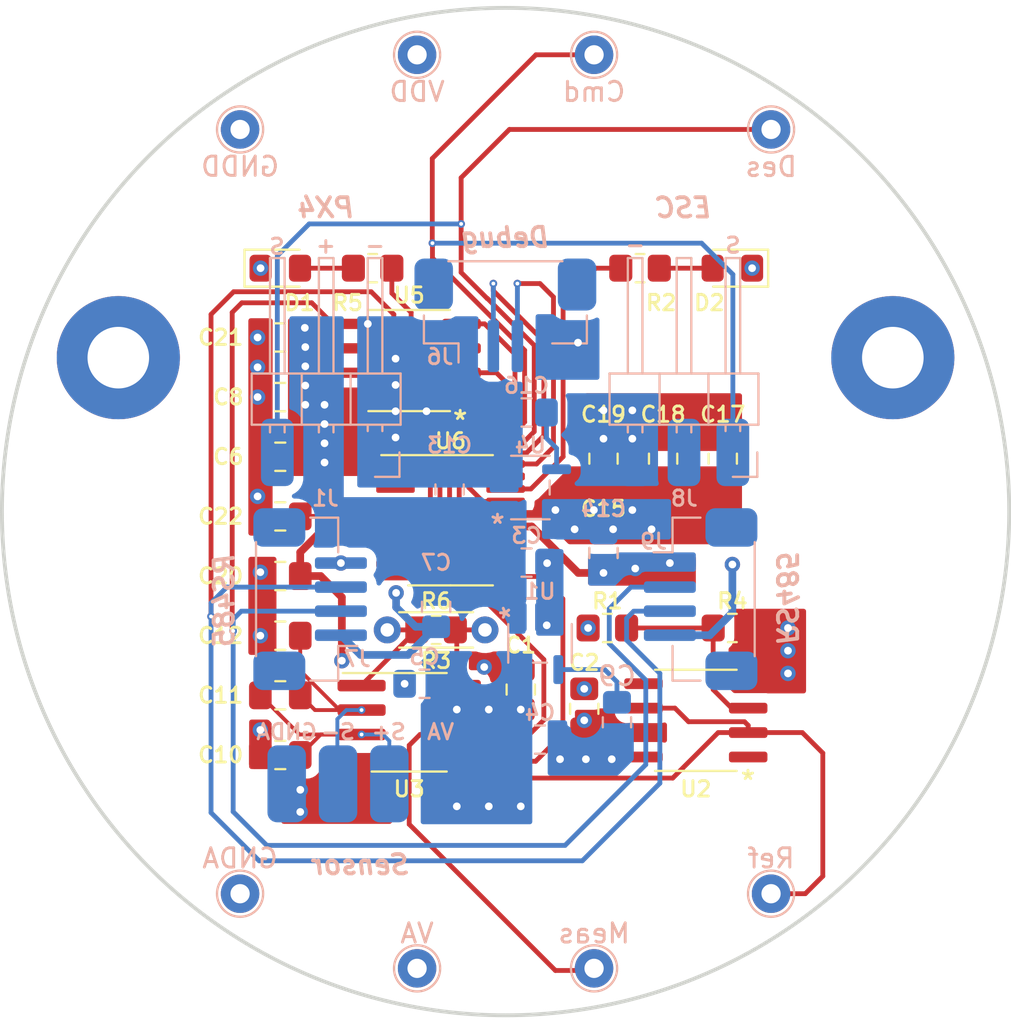
<source format=kicad_pcb>
(kicad_pcb (version 20211014) (generator pcbnew)
  (layers (0 "F.Cu" signal) (1 "In1.Cu" power) (2 "In2.Cu" power) (31 "B.Cu" signal) (34 "B.Paste" user) (35 "F.Paste" user) (36 "B.SilkS" user "B.Silkscreen") (37 "F.SilkS" user "F.Silkscreen") (38 "B.Mask" user) (39 "F.Mask" user) (44 "Edge.Cuts" user))
  (property "PROJECT_NAME" "Thrust Controller")
  (property "VERSION" "1.0")
  (net 0 "")
  (net 1 "+3.3VA")
  (net 2 "GNDA")
  (net 3 "+5V")
  (net 4 "Net-(C9-Pad1)")
  (net 5 "S+")
  (net 6 "S-")
  (net 7 "+3.3V")
  (net 8 "Net-(C16-Pad1)")
  (net 9 "Net-(D1-Pad2)")
  (net 10 "Net-(D2-Pad2)")
  (net 11 "Des")
  (net 12 "Cmd")
  (net 13 "Net-(R1-Pad2)")
  (net 14 "Net-(R2-Pad1)")
  (net 15 "USART2_RX")
  (net 16 "B")
  (net 17 "Net-(C22-Pad1)")
  (net 19 "Ref")
  (net 22 "Meas")
  (net 23 "Net-(U5-Pad2)")
  (net 24 "USART2_TX")
  (net 25 "A")
  (net 33 "SWDIO")
  (net 34 "SWCLK")
  (net 35 "Net-(R3-Pad1)")
  (net 36 "Net-(R3-Pad2)")
  (footprint "LED_SMD:LED_0805_2012Metric_Pad1.15x1.40mm_HandSolder" (layer "F.Cu") (at 131.46 71.05)
    (fp_text reference "D1")
    (fp_text value "BLUE LED")
  )
  (footprint "Capacitor_SMD:C_0805_2012Metric_Pad1.18x1.45mm_HandSolder" (layer "F.Cu") (at 131.46 74.65 180)
    (fp_text reference "C21")
    (fp_text value "0.1 μF")
  )
  (footprint "Capacitor_SMD:C_0805_2012Metric_Pad1.18x1.45mm_HandSolder" (layer "F.Cu") (at 131.46 93.25)
    (fp_text reference "C11")
    (fp_text value "0.1 μF")
  )
  (footprint "Resistor_SMD:R_0805_2012Metric_Pad1.20x1.40mm_HandSolder" (layer "F.Cu") (at 148.46 89.75)
    (fp_text reference "R1")
    (fp_text value "R")
  )
  (footprint "Capacitor_SMD:C_0805_2012Metric_Pad1.18x1.45mm_HandSolder" (layer "F.Cu") (at 131.46 80.85 180)
    (fp_text reference "C6")
    (fp_text value "10 μF")
  )
  (footprint "Capacitor_SMD:C_0805_2012Metric_Pad1.18x1.45mm_HandSolder" (layer "F.Cu") (at 148.26 80.95 90)
    (fp_text reference "C19")
    (fp_text value "0.1 μF")
  )
  (footprint "Capacitor_SMD:C_0805_2012Metric_Pad1.18x1.45mm_HandSolder" (layer "F.Cu") (at 148.26 85.85 -90)
    (fp_text reference "C15")
    (fp_text value "10 μF")
  )
  (footprint "MountingHole:MountingHole_3.2mm_M3_Pad" (layer "F.Cu") (at 163.3 75.7)
    (fp_text reference "H2" hide)
    (fp_text value "MountingHole")
  )
  (footprint "Capacitor_SMD:C_0805_2012Metric_Pad1.18x1.45mm_HandSolder" (layer "F.Cu") (at 143.96 92.95 90)
    (fp_text reference "C1")
    (fp_text value "0.1 μF")
  )
  (footprint "Package_SO:TSSOP-20_4.4x6.5mm_P0.65mm" (layer "F.Cu") (at 140.31 84.15)
    (fp_text reference "U6")
    (fp_text value "STM32L011F4Px")
  )
  (footprint "Capacitor_SMD:C_0805_2012Metric_Pad1.18x1.45mm_HandSolder" (layer "F.Cu") (at 154.46 80.95 90)
    (fp_text reference "C17")
    (fp_text value "0.1 μF")
  )
  (footprint "Capacitor_SMD:C_0805_2012Metric_Pad1.18x1.45mm_HandSolder" (layer "F.Cu") (at 147.26 93.95 90)
    (fp_text reference "C2")
    (fp_text value "0.1 μF")
  )
  (footprint "OPA317ID:OPA317ID" (layer "F.Cu") (at 153.06 94.55 180)
    (fp_text reference "U2")
    (fp_text value "OPA317ID" hide)
  )
  (footprint "Capacitor_SMD:C_0805_2012Metric_Pad1.18x1.45mm_HandSolder" (layer "F.Cu") (at 151.36 80.95 90)
    (fp_text reference "C18")
    (fp_text value "0.1 μF")
  )
  (footprint "Resistor_SMD:R_0805_2012Metric_Pad1.20x1.40mm_HandSolder" (layer "F.Cu") (at 136.26 71.05)
    (fp_text reference "R5")
    (fp_text value "440 Ω")
  )
  (footprint "Resistor_THT:R_Axial_DIN0204_L3.6mm_D1.6mm_P5.08mm_Horizontal" (layer "F.Cu") (at 137.02 89.85)
    (fp_text reference "R6")
    (fp_text value "Test")
  )
  (footprint "Resistor_SMD:R_0805_2012Metric_Pad1.20x1.40mm_HandSolder" (layer "F.Cu") (at 154.96 89.75)
    (fp_text reference "R4")
    (fp_text value "R")
  )
  (footprint "Capacitor_SMD:C_0805_2012Metric_Pad1.18x1.45mm_HandSolder" (layer "F.Cu") (at 131.46 87.05 180)
    (fp_text reference "C20")
    (fp_text value "0.1 μF")
  )
  (footprint "Capacitor_SMD:C_0805_2012Metric_Pad1.18x1.45mm_HandSolder" (layer "F.Cu") (at 131.46 77.75 180)
    (fp_text reference "C8")
    (fp_text value "10 μF")
  )
  (footprint "Capacitor_SMD:C_0805_2012Metric_Pad1.18x1.45mm_HandSolder" (layer "F.Cu") (at 131.46 90.15 180)
    (fp_text reference "C12")
    (fp_text value "0.1 μF")
  )
  (footprint "Capacitor_SMD:C_0805_2012Metric_Pad1.18x1.45mm_HandSolder" (layer "F.Cu") (at 131.46 96.35)
    (fp_text reference "C10")
    (fp_text value "0.1 μF")
  )
  (footprint "MountingHole:MountingHole_3.2mm_M3_Pad" (layer "F.Cu") (at 123.04 75.7)
    (fp_text reference "H1" hide)
    (fp_text value "MountingHole")
  )
  (footprint "Resistor_SMD:R_0805_2012Metric_Pad1.20x1.40mm_HandSolder" (layer "F.Cu") (at 139.56 89.85)
    (fp_text reference "R3")
    (fp_text value "Rg")
  )
  (footprint "Capacitor_SMD:C_0805_2012Metric_Pad1.18x1.45mm_HandSolder" (layer "F.Cu") (at 131.46 83.95 180)
    (fp_text reference "C22")
    (fp_text value "0.1 μF")
  )
  (footprint "LED_SMD:LED_0805_2012Metric_Pad1.15x1.40mm_HandSolder" (layer "F.Cu") (at 154.96 71.05 180)
    (fp_text reference "D2")
    (fp_text value "YELLOW LED")
  )
  (footprint "MAX1487ESA&plus_:MAX1487ESA&plus_" (layer "F.Cu") (at 138.16 75.85 180)
    (fp_text reference "U5")
    (fp_text value "MAX485E" hide)
  )
  (footprint "Package_SO:SOIC-8_3.9x4.9mm_P1.27mm" (layer "F.Cu") (at 138.16 94.65)
    (fp_text reference "U3")
    (fp_text value "AD620")
  )
  (footprint "Resistor_SMD:R_0805_2012Metric_Pad1.20x1.40mm_HandSolder" (layer "F.Cu") (at 150.16 71.05)
    (fp_text reference "R2")
    (fp_text value "260 Ω")
  )
  (footprint "Capacitor_SMD:C_0805_2012Metric_Pad1.18x1.45mm_HandSolder" (layer "B.Cu") (at 140.26 82.55 90)
    (fp_text reference "C13")
    (fp_text value "0.1 μF")
  )
  (footprint "Capacitor_SMD:C_0805_2012Metric_Pad1.18x1.45mm_HandSolder" (layer "B.Cu") (at 148.26 85.85 -90)
    (fp_text reference "C14")
    (fp_text value "1 μF")
  )
  (footprint "Connector_Wire:SolderWirePad_1x01_SMD_1x2mm" (layer "B.Cu") (at 139.793334 97.85)
    (fp_text reference "J2" hide)
    (fp_text value "VS")
  )
  (footprint "Connector_PinHeader_2.54mm:PinHeader_1x03_P2.54mm_Horizontal" (layer "B.Cu") (at 154.985 80.625 90)
    (fp_text reference "J8")
    (fp_text value "esc_con")
  )
  (footprint "TestPoint:TestPoint_THTPad_D2.0mm_Drill1.0mm" (layer "B.Cu") (at 129.37 103.56 180)
    (fp_text reference "TP6" hide)
    (fp_text value "TestPoint")
  )
  (footprint "Connector_Wire:SolderWirePad_1x01_SMD_1x2mm" (layer "B.Cu") (at 131.793334 97.85 180)
    (fp_text reference "J5" hide)
    (fp_text value "GND")
  )
  (footprint "TPS79133DBVT:TPS79133DBVT" (layer "B.Cu") (at 144.96 90.55 -90)
    (fp_text reference "U1")
    (fp_text value "TPS79133DBVT" hide)
  )
  (footprint "TestPoint:TestPoint_THTPad_D2.0mm_Drill1.0mm" (layer "B.Cu") (at 138.57 107.44 180)
    (fp_text reference "TP1" hide)
    (fp_text value "TestPoint")
  )
  (footprint "TestPoint:TestPoint_THTPad_D2.0mm_Drill1.0mm" (layer "B.Cu") (at 147.77 59.96 180)
    (fp_text reference "TP7" hide)
    (fp_text value "TestPoint")
  )
  (footprint "Capacitor_SMD:C_0805_2012Metric_Pad1.18x1.45mm_HandSolder" (layer "B.Cu") (at 144.96 95.55)
    (fp_text reference "C4")
    (fp_text value "1 μF")
  )
  (footprint "Connector_PinHeader_2.54mm:PinHeader_1x03_P2.54mm_Horizontal" (layer "B.Cu") (at 136.385 80.625 90)
    (fp_text reference "J1")
    (fp_text value "px4_con")
  )
  (footprint "Connector_JST:JST_GH_SM04B-GHS-TB_1x04-1MP_P1.25mm_Horizontal" (layer "B.Cu") (at 143.16 73.25)
    (fp_text reference "J6")
    (fp_text value "debug_con")
  )
  (footprint "TPS79133DBVT:TPS79133DBVT" (layer "B.Cu") (at 144.46 82.45)
    (fp_text reference "U4")
    (fp_text value "TPS79133DBVT" hide)
  )
  (footprint "Connector_Wire:SolderWirePad_1x01_SMD_1x2mm" (layer "B.Cu") (at 137.126666 97.85 180)
    (fp_text reference "J3" hide)
    (fp_text value "S+")
  )
  (footprint "TestPoint:TestPoint_THTPad_D2.0mm_Drill1.0mm" (layer "B.Cu") (at 138.57 59.96 180)
    (fp_text reference "TP5" hide)
    (fp_text value "TestPoint")
  )
  (footprint "Connector_JST:JST_GH_SM04B-GHS-TB_1x04-1MP_P1.25mm_Horizontal" (layer "B.Cu") (at 132.76 88.25 90)
    (fp_text reference "J7")
    (fp_text value "rs485_con")
  )
  (footprint "TestPoint:TestPoint_THTPad_D2.0mm_Drill1.0mm" (layer "B.Cu") (at 156.97 103.56 180)
    (fp_text reference "TP4" hide)
    (fp_text value "TestPoint")
  )
  (footprint "Connector_JST:JST_GH_SM04B-GHS-TB_1x04-1MP_P1.25mm_Horizontal" (layer "B.Cu") (at 153.56 88.25 -90)
    (fp_text reference "J9")
    (fp_text value "rs485_con")
  )
  (footprint "Capacitor_SMD:C_0805_2012Metric_Pad1.18x1.45mm_HandSolder" (layer "B.Cu") (at 144.26 86.35)
    (fp_text reference "C3")
    (fp_text value "0.1 μF")
  )
  (footprint "TestPoint:TestPoint_THTPad_D2.0mm_Drill1.0mm" (layer "B.Cu") (at 147.77 107.44 180)
    (fp_text reference "TP3" hide)
    (fp_text value "TestPoint")
  )
  (footprint "Capacitor_SMD:C_0805_2012Metric_Pad1.18x1.45mm_HandSolder" (layer "B.Cu") (at 139.56 88.65 -90)
    (fp_text reference "C7")
    (fp_text value "10 μF")
  )
  (footprint "Capacitor_SMD:C_0805_2012Metric_Pad1.18x1.45mm_HandSolder" (layer "B.Cu") (at 138.96 92.65 180)
    (fp_text reference "C5")
    (fp_text value "10 μF Tantalum")
  )
  (footprint "Connector_Wire:SolderWirePad_1x01_SMD_1x2mm" (layer "B.Cu") (at 134.46 97.85 180)
    (fp_text reference "J4" hide)
    (fp_text value "S-")
  )
  (footprint "TestPoint:TestPoint_THTPad_D2.0mm_Drill1.0mm" (layer "B.Cu") (at 156.97 63.84 180)
    (fp_text reference "TP2" hide)
    (fp_text value "TestPoint")
  )
  (footprint "Capacitor_SMD:C_0805_2012Metric_Pad1.18x1.45mm_HandSolder" (layer "B.Cu") (at 144.26 78.55 180)
    (fp_text reference "C16")
    (fp_text value "0.1 μF")
  )
  (footprint "TestPoint:TestPoint_THTPad_D2.0mm_Drill1.0mm" (layer "B.Cu") (at 129.37 63.84 180)
    (fp_text reference "TP8" hide)
    (fp_text value "TestPoint")
  )
  (footprint "Capacitor_SMD:C_0805_2012Metric_Pad1.18x1.45mm_HandSolder" (layer "B.Cu") (at 148.96 94.65 -90)
    (fp_text reference "C9")
    (fp_text value "0.1 μF")
  )
  (gr_circle (center 143.17 83.7) (end 169.35 83.7) (layer "Edge.Cuts") (width 0.2) (fill none))
  (gr_text "Sensor" (at 135.66 102.05) (layer "B.SilkS") (effects (font (size 1 1) (thickness 0.2) italic) (justify mirror)))
  (segment (start 134.66 88.15) (end 133.56 87.05) (width 0.4) (layer "F.Cu") (net 1))
  (segment (start 134.96 84.95) (end 133.36 84.95) (width 0.4) (layer "F.Cu") (net 1))
  (segment (start 137.4475 83.825) (end 136.085 83.825) (width 0.4) (layer "F.Cu") (net 1))
  (segment (start 134.66 91.45) (end 134.66 88.15) (width 0.4) (layer "F.Cu") (net 1))
  (segment (start 132.4975 85.8125) (end 132.4975 87.05) (width 0.4) (layer "F.Cu") (net 1))
  (segment (start 136.085 83.825) (end 134.96 84.95) (width 0.4) (layer "F.Cu") (net 1))
  (segment (start 133.56 87.05) (end 132.4975 87.05) (width 0.4) (layer "F.Cu") (net 1))
  (segment (start 133.36 84.95) (end 132.4975 85.8125) (width 0.4) (layer "F.Cu") (net 1))
  (via (at 142.2975 93.9875) (size 0.8) (drill 0.4) (layers "F.Cu" "B.Cu") (net 1))
  (via (at 142.2975 99.02) (size 0.8) (drill 0.4) (layers "F.Cu" "B.Cu") (net 1))
  (via (at 130.4225 95.05) (size 0.8) (drill 0.4) (layers "F.Cu" "B.Cu") (net 1))
  (via (at 147.46 89.75) (size 0.8) (drill 0.4) (layers "F.Cu" "B.Cu") (net 1))
  (via (at 134.66 91.45) (size 0.8) (drill 0.4) (layers "F.Cu" "B.Cu") (net 1))
  (via (at 143.96 93.9875) (size 0.8) (drill 0.4) (layers "F.Cu" "B.Cu") (net 1))
  (via (at 140.635 99.02) (size 0.8) (drill 0.4) (layers "F.Cu" "B.Cu") (net 1))
  (via (at 140.635 93.9875) (size 0.8) (drill 0.4) (layers "F.Cu" "B.Cu") (net 1))
  (via (at 143.96 99.02) (size 0.8) (drill 0.4) (layers "F.Cu" "B.Cu") (net 1))
  (via (at 147.26 94.55) (size 0.8) (drill 0.4) (layers "F.Cu" "B.Cu") (net 1))
  (segment (start 144.535 84.475) (end 143.1725 84.475) (width 0.4) (layer "F.Cu") (net 2))
  (segment (start 146.9475 86.8875) (end 144.535 84.475) (width 0.4) (layer "F.Cu") (net 2))
  (segment (start 148.26 86.8875) (end 146.9475 86.8875) (width 0.4) (layer "F.Cu") (net 2))
  (via (at 147.26 92.9125) (size 0.8) (drill 0.4) (layers "F.Cu" "B.Cu") (net 2))
  (via (at 155.985 71.05) (size 0.8) (drill 0.4) (layers "F.Cu" "B.Cu") (net 2))
  (via (at 137.451979 77.118887) (size 0.8) (drill 0.4) (layers "F.Cu" "B.Cu") (net 2))
  (via (at 145.31 89.6095) (size 0.8) (drill 0.4) (layers "F.Cu" "B.Cu") (net 2))
  (via (at 130.4225 86.8505) (size 0.8) (drill 0.4) (layers "F.Cu" "B.Cu") (net 2))
  (via (at 149.76 79.9125) (size 0.8) (drill 0.4) (layers "F.Cu" "B.Cu") (net 2))
  (via (at 146 96.57) (size 0.8) (drill 0.4) (layers "F.Cu" "B.Cu") (net 2))
  (via (at 142.06 91.78) (size 0.8) (drill 0.4) (layers "F.Cu" "B.Cu") (net 2))
  (via (at 137.451979 75.753331) (size 0.8) (drill 0.4) (layers "F.Cu" "B.Cu") (net 2))
  (via (at 130.279985 74.65) (size 0.8) (drill 0.4) (layers "F.Cu" "B.Cu") (net 2))
  (via (at 157.85 92.11) (size 0.8) (drill 0.4) (layers "F.Cu" "B.Cu") (net 2))
  (via (at 145.32931 86.381241) (size 0.8) (drill 0.4) (layers "F.Cu" "B.Cu") (net 2))
  (via (at 137.451979 78.484443) (size 0.8) (drill 0.4) (layers "F.Cu" "B.Cu") (net 2))
  (via (at 139.06 78.484443) (size 0.8) (drill 0.4) (layers "F.Cu" "B.Cu") (net 2))
  (via (at 130.279985 76.2) (size 0.8) (drill 0.4) (layers "F.Cu" "B.Cu") (net 2))
  (via (at 132.5 98.16) (size 0.8) (drill 0.4) (layers "F.Cu" "B.Cu") (net 2))
  (via (at 130.279985 77.75) (size 0.8) (drill 0.4) (layers "F.Cu" "B.Cu") (net 2))
  (via (at 151.71 86.375) (size 0.8) (drill 0.4) (layers "F.Cu" "B.Cu") (net 2))
  (via (at 130.279985 82.910126) (size 0.8) (drill 0.4) (layers "F.Cu" "B.Cu") (net 2))
  (via (at 132.4975 99.31) (size 0.8) (drill 0.4) (layers "F.Cu" "B.Cu") (net 2))
  (via (at 137.9225 92.65) (size 0.8) (drill 0.4) (layers "F.Cu" "B.Cu") (net 2))
  (via (at 147.344576 96.57) (size 0.8) (drill 0.4) (layers "F.Cu" "B.Cu") (net 2))
  (via (at 148.689152 96.57) (size 0.8) (drill 0.4) (layers "F.Cu" "B.Cu") (net 2))
  (via (at 149.91 86.66) (size 0.8) (drill 0.4) (layers "F.Cu" "B.Cu") (net 2))
  (via (at 148.26 86.8875) (size 0.8) (drill 0.4) (layers "F.Cu" "B.Cu") (net 2))
  (via (at 130.435 71.05) (size 0.8) (drill 0.4) (layers "F.Cu" "B.Cu") (net 2))
  (via (at 157.85 89.75) (size 0.8) (drill 0.4) (layers "F.Cu" "B.Cu") (net 2))
  (via (at 157.85 90.93) (size 0.8) (drill 0.4) (layers "F.Cu" "B.Cu") (net 2))
  (via (at 130.4225 90.15) (size 0.8) (drill 0.4) (layers "F.Cu" "B.Cu") (net 2))
  (via (at 149.76 78.44) (size 0.8) (drill 0.4) (layers "F.Cu" "B.Cu") (net 2))
  (via (at 148.26 78.44) (size 0.8) (drill 0.4) (layers "F.Cu" "B.Cu") (net 2))
  (via (at 148.26 79.9125) (size 0.8) (drill 0.4) (layers "F.Cu" "B.Cu") (net 2))
  (via (at 137.451979 79.85) (size 0.8) (drill 0.4) (layers "F.Cu" "B.Cu") (net 2))
  (via (at 137.48 87.9245) (size 0.8) (drill 0.4) (layers "F.Cu" "B.Cu") (net 2))
  (via (at 136.01 73.945) (size 0.8) (drill 0.4) (layers "F.Cu" "B.Cu") (net 2))
  (segment (start 134.61 90.125) (end 135.635 91.15) (width 0.4) (layer "B.Cu") (net 2))
  (segment (start 137.48 88.67) (end 138.4975 89.6875) (width 0.4) (layer "B.Cu") (net 2))
  (segment (start 138.0975 91.15) (end 139.56 89.6875) (width 0.4) (layer "B.Cu") (net 2))
  (segment (start 137.48 87.9245) (end 137.48 88.67) (width 0.4) (layer "B.Cu") (net 2))
  (segment (start 138.4975 89.6875) (end 139.56 89.6875) (width 0.4) (layer "B.Cu") (net 2))
  (segment (start 135.635 91.15) (end 138.0975 91.15) (width 0.4) (layer "B.Cu") (net 2))
  (segment (start 133.845 80.625) (end 132.7225 80.625) (width 0.4) (layer "F.Cu") (net 3))
  (via (at 132.76 78.15) (size 0.8) (drill 0.4) (layers "F.Cu" "B.Cu") (net 3))
  (via (at 132.76 76.15) (size 0.8) (drill 0.4) (layers "F.Cu" "B.Cu") (net 3))
  (via (at 132.7355 74.15) (size 0.8) (drill 0.4) (layers "F.Cu" "B.Cu") (net 3))
  (via (at 133.76 80.15) (size 0.8) (drill 0.4) (layers "F.Cu" "B.Cu") (net 3))
  (via (at 133.76 81.15) (size 0.8) (drill 0.4) (layers "F.Cu" "B.Cu") (net 3))
  (via (at 132.76 75.15) (size 0.8) (drill 0.4) (layers "F.Cu" "B.Cu") (net 3))
  (via (at 133.76 79.15) (size 0.8) (drill 0.4) (layers "F.Cu" "B.Cu") (net 3))
  (via (at 133.76 78.15) (size 0.8) (drill 0.4) (layers "F.Cu" "B.Cu") (net 3))
  (via (at 132.76 77.15) (size 0.8) (drill 0.4) (layers "F.Cu" "B.Cu") (net 3))
  (segment (start 148.96 92.55) (end 148.96 93.6125) (width 0.25) (layer "B.Cu") (net 4))
  (segment (start 145.910001 91.912451) (end 148.322451 91.912451) (width 0.25) (layer "B.Cu") (net 4))
  (segment (start 148.322451 91.912451) (end 148.96 92.55) (width 0.25) (layer "B.Cu") (net 4))
  (segment (start 133.5625 95.285) (end 132.4975 96.35) (width 0.2) (layer "F.Cu") (net 5))
  (segment (start 132.4575 95.285) (end 135.685 95.285) (width 0.2) (layer "F.Cu") (net 5))
  (segment (start 135.685 95.285) (end 133.5625 95.285) (width 0.2) (layer "F.Cu") (net 5))
  (segment (start 130.4225 93.25) (end 132.4575 95.285) (width 0.2) (layer "F.Cu") (net 5))
  (via (at 135.685 95.285) (size 0.4) (drill 0.2) (layers "F.Cu" "B.Cu") (net 5))
  (segment (start 135.685 95.285) (end 136.795 95.285) (width 0.2) (layer "B.Cu") (net 5))
  (segment (start 137.126666 95.616666) (end 137.126666 97.85) (width 0.2) (layer "B.Cu") (net 5))
  (segment (start 136.795 95.285) (end 137.126666 95.616666) (width 0.2) (layer "B.Cu") (net 5))
  (segment (start 132.4975 91.9725) (end 134.54 94.015) (width 0.2) (layer "F.Cu") (net 6))
  (segment (start 132.4975 90.15) (end 132.4975 91.9725) (width 0.2) (layer "F.Cu") (net 6))
  (segment (start 135.685 94.015) (end 133.2625 94.015) (width 0.2) (layer "F.Cu") (net 6))
  (segment (start 133.2625 94.015) (end 132.4975 93.25) (width 0.2) (layer "F.Cu") (net 6))
  (via (at 135.685 94.015) (size 0.4) (drill 0.2) (layers "F.Cu" "B.Cu") (net 6))
  (segment (start 134.426666 94.483334) (end 134.426666 96.05) (width 0.2) (layer "B.Cu") (net 6))
  (segment (start 135.685 94.015) (end 134.895 94.015) (width 0.2) (layer "B.Cu") (net 6))
  (segment (start 134.895 94.015) (end 134.426666 94.483334) (width 0.2) (layer "B.Cu") (net 6))
  (segment (start 143.1725 83.825) (end 145.36 83.825) (width 0.4) (layer "F.Cu") (net 7))
  (via (at 148.76 84.62) (size 0.8) (drill 0.4) (layers "F.Cu" "B.Cu") (net 7))
  (via (at 147.76 83.62) (size 0.8) (drill 0.4) (layers "F.Cu" "B.Cu") (net 7))
  (via (at 150.76 84.62) (size 0.8) (drill 0.4) (layers "F.Cu" "B.Cu") (net 7))
  (via (at 134.61 86.375) (size 0.8) (drill 0.4) (layers "F.Cu" "B.Cu") (net 7))
  (via (at 146.9345 74.92) (size 0.8) (drill 0.4) (layers "F.Cu" "B.Cu") (net 7))
  (via (at 146.76 84.62) (size 0.8) (drill 0.4) (layers "F.Cu" "B.Cu") (net 7))
  (via (at 145.76 83.62) (size 0.8) (drill 0.4) (layers "F.Cu" "B.Cu") (net 7))
  (via (at 154.96 86.45) (size 0.8) (drill 0.4) (layers "F.Cu" "B.Cu") (net 7))
  (via (at 149.76 83.62) (size 0.8) (drill 0.4) (layers "F.Cu" "B.Cu") (net 7))
  (segment (start 154.96 88.95) (end 153.785 90.125) (width 0.4) (layer "B.Cu") (net 7))
  (segment (start 153.785 90.125) (end 151.71 90.125) (width 0.4) (layer "B.Cu") (net 7))
  (segment (start 154.96 86.45) (end 154.96 88.95) (width 0.4) (layer "B.Cu") (net 7))
  (segment (start 145.2975 78.55) (end 145.2975 79.8875) (width 0.25) (layer "B.Cu") (net 8))
  (segment (start 145.822451 80.412451) (end 145.822451 81.499999) (width 0.25) (layer "B.Cu") (net 8))
  (segment (start 145.2975 79.8875) (end 145.822451 80.412451) (width 0.25) (layer "B.Cu") (net 8))
  (segment (start 132.485 71.05) (end 135.26 71.05) (width 0.25) (layer "F.Cu") (net 9))
  (segment (start 151.16 71.05) (end 153.935 71.05) (width 0.25) (layer "F.Cu") (net 10))
  (segment (start 143.37 63.84) (end 156.97 63.84) (width 0.25) (layer "F.Cu") (net 11))
  (segment (start 140.86 68.75) (end 140.86 66.35) (width 0.25) (layer "F.Cu") (net 11))
  (segment (start 141.26 82.45) (end 141.985 83.175) (width 0.25) (layer "F.Cu") (net 11))
  (segment (start 141.852894 80.15) (end 141.26 80.742894) (width 0.25) (layer "F.Cu") (net 11))
  (segment (start 141.985 83.175) (end 143.1725 83.175) (width 0.25) (layer "F.Cu") (net 11))
  (segment (start 141.26 80.742894) (end 141.26 82.45) (width 0.25) (layer "F.Cu") (net 11))
  (segment (start 144.66 75.057106) (end 144.66 79.542894) (width 0.25) (layer "F.Cu") (net 11))
  (segment (start 144.66 79.542894) (end 144.052894 80.15) (width 0.25) (layer "F.Cu") (net 11))
  (segment (start 140.86 66.35) (end 143.37 63.84) (width 0.25) (layer "F.Cu") (net 11))
  (segment (start 142.227893 72.625) (end 144.66 75.057106) (width 0.25) (layer "F.Cu") (net 11))
  (segment (start 144.052894 80.15) (end 141.852894 80.15) (width 0.25) (layer "F.Cu") (net 11))
  (segment (start 140.86 71.271016) (end 142.213984 72.625) (width 0.25) (layer "F.Cu") (net 11))
  (segment (start 142.213984 72.625) (end 142.227893 72.625) (width 0.25) (layer "F.Cu") (net 11))
  (segment (start 140.86 68.75) (end 140.86 71.271016) (width 0.25) (layer "F.Cu") (net 11))
  (via (at 140.86 68.75) (size 0.4) (drill 0.2) (layers "F.Cu" "B.Cu") (net 11))
  (segment (start 140.86 68.75) (end 132.96 68.75) (width 0.25) (layer "B.Cu") (net 11))
  (segment (start 131.305 80.625) (end 131.305 70.405) (width 0.25) (layer "B.Cu") (net 11))
  (segment (start 131.305 70.405) (end 132.96 68.75) (width 0.25) (layer "B.Cu") (net 11))
  (segment (start 140.76 84.521318) (end 138.856318 86.425) (width 0.25) (layer "F.Cu") (net 12))
  (segment (start 140.76 80.535788) (end 140.76 84.521318) (width 0.25) (layer "F.Cu") (net 12))
  (segment (start 147.77 59.96) (end 144.75 59.96) (width 0.25) (layer "F.Cu") (net 12))
  (segment (start 144.75 59.96) (end 139.36 65.35) (width 0.25) (layer "F.Cu") (net 12))
  (segment (start 139.36 69.7405) (end 139.3695 69.75) (width 0.25) (layer "F.Cu") (net 12))
  (segment (start 143.56 79.65) (end 141.645788 79.65) (width 0.25) (layer "F.Cu") (net 12))
  (segment (start 144.16 79.05) (end 143.56 79.65) (width 0.25) (layer "F.Cu") (net 12))
  (segment (start 139.36 65.35) (end 139.36 69.7405) (width 0.25) (layer "F.Cu") (net 12))
  (segment (start 139.3695 69.75) (end 139.3695 70.523104) (width 0.25) (layer "F.Cu") (net 12))
  (segment (start 138.856318 86.425) (end 137.4475 86.425) (width 0.25) (layer "F.Cu") (net 12))
  (segment (start 141.645788 79.65) (end 140.76 80.535788) (width 0.25) (layer "F.Cu") (net 12))
  (segment (start 139.3695 70.523104) (end 144.16 75.313604) (width 0.25) (layer "F.Cu") (net 12))
  (segment (start 144.16 75.313604) (end 144.16 79.05) (width 0.25) (layer "F.Cu") (net 12))
  (via (at 139.3695 69.75) (size 0.4) (drill 0.2) (layers "F.Cu" "B.Cu") (net 12))
  (segment (start 154.985 80.625) (end 154.985 71.375) (width 0.25) (layer "B.Cu") (net 12))
  (segment (start 154.985 71.375) (end 153.36 69.75) (width 0.25) (layer "B.Cu") (net 12))
  (segment (start 153.36 69.75) (end 139.3695 69.75) (width 0.25) (layer "B.Cu") (net 12))
  (segment (start 153.96 92.95) (end 153.96 89.75) (width 0.25) (layer "F.Cu") (net 13))
  (segment (start 153.96 89.75) (end 149.46 89.75) (width 0.25) (layer "F.Cu") (net 13))
  (segment (start 154.925 93.915) (end 153.96 92.95) (width 0.25) (layer "F.Cu") (net 13))
  (segment (start 144.485 82.525) (end 143.1725 82.525) (width 0.25) (layer "F.Cu") (net 14))
  (segment (start 146.16 72.75) (end 146.16 80.85) (width 0.25) (layer "F.Cu") (net 14))
  (segment (start 149.16 71.05) (end 147.86 71.05) (width 0.25) (layer "F.Cu") (net 14))
  (segment (start 147.86 71.05) (end 146.16 72.75) (width 0.25) (layer "F.Cu") (net 14))
  (segment (start 146.16 80.85) (end 144.485 82.525) (width 0.25) (layer "F.Cu") (net 14))
  (segment (start 138.685 84.475) (end 137.4475 84.475) (width 0.25) (layer "F.Cu") (net 15))
  (segment (start 140.881348 78.293122) (end 139.26 79.91447) (width 0.25) (layer "F.Cu") (net 15))
  (segment (start 140.881348 77.755) (end 140.881348 78.293122) (width 0.25) (layer "F.Cu") (net 15))
  (segment (start 139.26 79.91447) (end 139.26 83.9) (width 0.25) (layer "F.Cu") (net 15))
  (segment (start 137.26 72.35) (end 138.26 73.35) (width 0.25) (layer "F.Cu") (net 15))
  (segment (start 137.26 71.05) (end 137.26 72.35) (width 0.25) (layer "F.Cu") (net 15))
  (segment (start 138.26 73.35) (end 138.26 76.55) (width 0.25) (layer "F.Cu") (net 15))
  (segment (start 138.26 76.55) (end 139.465 77.755) (width 0.25) (layer "F.Cu") (net 15))
  (segment (start 139.465 77.755) (end 140.881348 77.755) (width 0.25) (layer "F.Cu") (net 15))
  (segment (start 139.26 83.9) (end 138.685 84.475) (width 0.25) (layer "F.Cu") (net 15))
  (segment (start 128.96 89.85) (end 128.96 73.35) (width 0.25) (layer "F.Cu") (net 16))
  (segment (start 133.86 76.05) (end 134.295 76.485) (width 0.25) (layer "F.Cu") (net 16))
  (segment (start 133.86 73.615686) (end 133.86 76.05) (width 0.25) (layer "F.Cu") (net 16))
  (segment (start 129.01 89.9) (end 128.96 89.85) (width 0.25) (layer "F.Cu") (net 16))
  (segment (start 129.46 72.85) (end 133.094314 72.85) (width 0.25) (layer "F.Cu") (net 16))
  (segment (start 128.96 73.35) (end 129.46 72.85) (width 0.25) (layer "F.Cu") (net 16))
  (segment (start 134.295 76.485) (end 135.438652 76.485) (width 0.25) (layer "F.Cu") (net 16))
  (segment (start 133.094314 72.85) (end 133.86 73.615686) (width 0.25) (layer "F.Cu") (net 16))
  (via (at 129.01 89.9) (size 0.4) (drill 0.2) (layers "F.Cu" "B.Cu") (net 16))
  (segment (start 129.01 99.3) (end 130.76 101.05) (width 0.25) (layer "B.Cu") (net 16))
  (segment (start 129.435 88.875) (end 134.61 88.875) (width 0.25) (layer "B.Cu") (net 16))
  (segment (start 146.26 101.05) (end 150.46 96.85) (width 0.25) (layer "B.Cu") (net 16))
  (segment (start 150.46 92.457106) (end 148.56 90.557106) (width 0.25) (layer "B.Cu") (net 16))
  (segment (start 129.01 89.9) (end 129.01 89.3) (width 0.25) (layer "B.Cu") (net 16))
  (segment (start 149.685 87.625) (end 151.71 87.625) (width 0.25) (layer "B.Cu") (net 16))
  (segment (start 148.56 90.557106) (end 148.56 88.75) (width 0.25) (layer "B.Cu") (net 16))
  (segment (start 150.46 96.85) (end 150.46 92.457106) (width 0.25) (layer "B.Cu") (net 16))
  (segment (start 148.56 88.75) (end 149.685 87.625) (width 0.25) (layer "B.Cu") (net 16))
  (segment (start 129.01 89.9) (end 129.01 99.3) (width 0.25) (layer "B.Cu") (net 16))
  (segment (start 129.01 89.3) (end 129.435 88.875) (width 0.25) (layer "B.Cu") (net 16))
  (segment (start 130.76 101.05) (end 146.26 101.05) (width 0.25) (layer "B.Cu") (net 16))
  (segment (start 137.4475 83.175) (end 135.335 83.175) (width 0.25) (layer "F.Cu") (net 17))
  (segment (start 135.335 83.175) (end 134.56 83.95) (width 0.25) (layer "F.Cu") (net 17))
  (segment (start 134.56 83.95) (end 132.4975 83.95) (width 0.25) (layer "F.Cu") (net 17))
  (segment (start 140.635 97.225) (end 140.96 97.55) (width 0.25) (layer "F.Cu") (net 19))
  (segment (start 140.96 97.55) (end 151.86 97.55) (width 0.25) (layer "F.Cu") (net 19))
  (segment (start 140.635 96.555) (end 140.635 97.225) (width 0.25) (layer "F.Cu") (net 19))
  (segment (start 155.781348 94.811348) (end 155.59 94.62) (width 0.25) (layer "F.Cu") (net 19))
  (segment (start 151.86 97.55) (end 154.225 95.185) (width 0.25) (layer "F.Cu") (net 19))
  (segment (start 159.66 96.25) (end 159.66 102.65) (width 0.25) (layer "F.Cu") (net 19))
  (segment (start 146.15 95.26) (end 144.735 96.675) (width 0.25) (layer "F.Cu") (net 19))
  (segment (start 158.75 103.56) (end 156.97 103.56) (width 0.25) (layer "F.Cu") (net 19))
  (segment (start 155.781348 95.185) (end 155.781348 94.811348) (width 0.25) (layer "F.Cu") (net 19))
  (segment (start 140.755 96.675) (end 140.635 96.555) (width 0.25) (layer "F.Cu") (net 19))
  (segment (start 155.59 94.62) (end 152.68 94.62) (width 0.25) (layer "F.Cu") (net 19))
  (segment (start 143.1725 87.075) (end 144.985 87.075) (width 0.25) (layer "F.Cu") (net 19))
  (segment (start 144.735 96.675) (end 140.755 96.675) (width 0.25) (layer "F.Cu") (net 19))
  (segment (start 159.66 102.65) (end 158.75 103.56) (width 0.25) (layer "F.Cu") (net 19))
  (segment (start 146.15 88.24) (end 146.15 95.26) (width 0.25) (layer "F.Cu") (net 19))
  (segment (start 154.225 95.185) (end 155.781348 95.185) (width 0.25) (layer "F.Cu") (net 19))
  (segment (start 144.985 87.075) (end 146.15 88.24) (width 0.25) (layer "F.Cu") (net 19))
  (segment (start 155.781348 95.185) (end 158.595 95.185) (width 0.25) (layer "F.Cu") (net 19))
  (segment (start 151.975 93.915) (end 150.338652 93.915) (width 0.25) (layer "F.Cu") (net 19))
  (segment (start 158.595 95.185) (end 159.66 96.25) (width 0.25) (layer "F.Cu") (net 19))
  (segment (start 152.68 94.62) (end 151.975 93.915) (width 0.25) (layer "F.Cu") (net 19))
  (segment (start 138.16 95.85) (end 138.16 99.95) (width 0.25) (layer "F.Cu") (net 22))
  (segment (start 138.16 99.95) (end 145.76 107.55) (width 0.25) (layer "F.Cu") (net 22))
  (segment (start 140.84528 87.075) (end 137.4475 87.075) (width 0.25) (layer "F.Cu") (net 22))
  (segment (start 145.76 107.55) (end 147.66 107.55) (width 0.25) (layer "F.Cu") (net 22))
  (segment (start 144.406586 95.285) (end 145.16 94.531586) (width 0.25) (layer "F.Cu") (net 22))
  (segment (start 145.16 91.38972) (end 140.84528 87.075) (width 0.25) (layer "F.Cu") (net 22))
  (segment (start 138.725 95.285) (end 138.16 95.85) (width 0.25) (layer "F.Cu") (net 22))
  (segment (start 145.16 94.531586) (end 145.16 91.38972) (width 0.25) (layer "F.Cu") (net 22))
  (segment (start 140.635 95.285) (end 138.725 95.285) (width 0.25) (layer "F.Cu") (net 22))
  (segment (start 140.635 95.285) (end 144.406586 95.285) (width 0.25) (layer "F.Cu") (net 22))
  (segment (start 142.695 76.485) (end 143.16 76.95) (width 0.25) (layer "F.Cu") (net 23))
  (segment (start 138.742106 85.125) (end 137.4475 85.125) (width 0.25) (layer "F.Cu") (net 23))
  (segment (start 140.881348 75.215) (end 140.881348 76.485) (width 0.25) (layer "F.Cu") (net 23))
  (segment (start 139.76 84.107106) (end 138.742106 85.125) (width 0.25) (layer "F.Cu") (net 23))
  (segment (start 143.16 78.25) (end 142.76 78.65) (width 0.25) (layer "F.Cu") (net 23))
  (segment (start 143.16 76.95) (end 143.16 78.25) (width 0.25) (layer "F.Cu") (net 23))
  (segment (start 139.76 80.121576) (end 139.76 84.107106) (width 0.25) (layer "F.Cu") (net 23))
  (segment (start 142.76 78.65) (end 141.231576 78.65) (width 0.25) (layer "F.Cu") (net 23))
  (segment (start 140.881348 76.485) (end 142.695 76.485) (width 0.25) (layer "F.Cu") (net 23))
  (segment (start 141.231576 78.65) (end 139.76 80.121576) (width 0.25) (layer "F.Cu") (net 23))
  (segment (start 138.799212 85.775) (end 137.4475 85.775) (width 0.25) (layer "F.Cu") (net 24))
  (segment (start 140.26 80.328682) (end 140.26 84.314212) (width 0.25) (layer "F.Cu") (net 24))
  (segment (start 140.26 84.314212) (end 138.799212 85.775) (width 0.25) (layer "F.Cu") (net 24))
  (segment (start 142.08429 73.945) (end 143.66 75.52071) (width 0.25) (layer "F.Cu") (net 24))
  (segment (start 140.881348 73.945) (end 142.08429 73.945) (width 0.25) (layer "F.Cu") (net 24))
  (segment (start 143.16 79.15) (end 141.438682 79.15) (width 0.25) (layer "F.Cu") (net 24))
  (segment (start 143.66 78.65) (end 143.16 79.15) (width 0.25) (layer "F.Cu") (net 24))
  (segment (start 141.438682 79.15) (end 140.26 80.328682) (width 0.25) (layer "F.Cu") (net 24))
  (segment (start 143.66 75.52071) (end 143.66 78.65) (width 0.25) (layer "F.Cu") (net 24))
  (segment (start 137.36 73.45) (end 137.36 74.75) (width 0.25) (layer "F.Cu") (net 25))
  (segment (start 129.035 72.275) (end 136.185 72.275) (width 0.25) (layer "F.Cu") (net 25))
  (segment (start 137.36 74.75) (end 136.895 75.215) (width 0.25) (layer "F.Cu") (net 25))
  (segment (start 127.86 89.15) (end 127.86 73.45) (width 0.25) (layer "F.Cu") (net 25))
  (segment (start 136.895 75.215) (end 135.438652 75.215) (width 0.25) (layer "F.Cu") (net 25))
  (segment (start 136.185 72.275) (end 137.36 73.45) (width 0.25) (layer "F.Cu") (net 25))
  (segment (start 127.86 73.45) (end 129.035 72.275) (width 0.25) (layer "F.Cu") (net 25))
  (via (at 127.86 89.15) (size 0.4) (drill 0.2) (layers "F.Cu" "B.Cu") (net 25))
  (segment (start 149.46 89.25) (end 149.835 88.875) (width 0.25) (layer "B.Cu") (net 25))
  (segment (start 127.86 99.35) (end 130.36 101.85) (width 0.25) (layer "B.Cu") (net 25))
  (segment (start 149.835 88.875) (end 151.71 88.875) (width 0.25) (layer "B.Cu") (net 25))
  (segment (start 151.19 97.82) (end 151.19 92.11) (width 0.25) (layer "B.Cu") (net 25))
  (segment (start 149.46 90.38) (end 149.46 89.25) (width 0.25) (layer "B.Cu") (net 25))
  (segment (start 151.19 92.11) (end 149.46 90.38) (width 0.25) (layer "B.Cu") (net 25))
  (segment (start 127.86 88.45) (end 128.685 87.625) (width 0.25) (layer "B.Cu") (net 25))
  (segment (start 127.86 89.15) (end 127.86 88.45) (width 0.25) (layer "B.Cu") (net 25))
  (segment (start 130.36 101.85) (end 147.16 101.85) (width 0.25) (layer "B.Cu") (net 25))
  (segment (start 147.16 101.85) (end 151.19 97.82) (width 0.25) (layer "B.Cu") (net 25))
  (segment (start 127.86 89.15) (end 127.86 99.35) (width 0.25) (layer "B.Cu") (net 25))
  (segment (start 128.685 87.625) (end 134.61 87.625) (width 0.25) (layer "B.Cu") (net 25))
  (segment (start 141.76 81.55) (end 142.085 81.875) (width 0.25) (layer "F.Cu") (net 33))
  (segment (start 145.16 79.75) (end 144.26 80.65) (width 0.25) (layer "F.Cu") (net 33))
  (segment (start 142.535 72.225) (end 145.16 74.85) (width 0.25) (layer "F.Cu") (net 33))
  (segment (start 142.085 81.875) (end 143.1725 81.875) (width 0.25) (layer "F.Cu") (net 33))
  (segment (start 141.76 80.95) (end 141.76 81.55) (width 0.25) (layer "F.Cu") (net 33))
  (segment (start 142.06 80.65) (end 141.76 80.95) (width 0.25) (layer "F.Cu") (net 33))
  (segment (start 144.26 80.65) (end 142.06 80.65) (width 0.25) (layer "F.Cu") (net 33))
  (segment (start 142.535 71.85) (end 142.535 72.225) (width 0.25) (layer "F.Cu") (net 33))
  (segment (start 145.16 74.85) (end 145.16 79.75) (width 0.25) (layer "F.Cu") (net 33))
  (via (at 142.535 71.85) (size 0.4) (drill 0.2) (layers "F.Cu" "B.Cu") (net 33))
  (segment (start 142.535 71.85) (end 142.535 75.1) (width 0.25) (layer "B.Cu") (net 33))
  (segment (start 143.1725 81.225) (end 144.785 81.225) (width 0.25) (layer "F.Cu") (net 34))
  (segment (start 144.785 81.225) (end 145.66 80.35) (width 0.25) (layer "F.Cu") (net 34))
  (segment (start 145.66 80.35) (end 145.66 72.55) (width 0.25) (layer "F.Cu") (net 34))
  (segment (start 145.66 72.55) (end 144.96 71.85) (width 0.25) (layer "F.Cu") (net 34))
  (segment (start 144.96 71.85) (end 143.785 71.85) (width 0.25) (layer "F.Cu") (net 34))
  (via (at 143.785 71.85) (size 0.4) (drill 0.2) (layers "F.Cu" "B.Cu") (net 34))
  (segment (start 143.785 71.85) (end 143.785 75.1) (width 0.25) (layer "B.Cu") (net 34))
  (segment (start 137.02 89.85) (end 138.56 89.85) (width 0.25) (layer "F.Cu") (net 35))
  (segment (start 138.56 89.85) (end 135.685 92.725) (width 0.25) (layer "F.Cu") (net 35))
  (segment (start 140.635 92.745) (end 140.635 89.925) (width 0.25) (layer "F.Cu") (net 36))
  (segment (start 140.56 89.85) (end 142.1 89.85) (width 0.25) (layer "F.Cu") (net 36))
  (zone (net 7) (net_name "+3.3V") (layer "F.Cu") (connect_pads thru_hole_only (clearance 0.5)) (min_thickness 0.254) (fill yes (thermal_gap 0.508) (thermal_bridge_width 0.508))
    (polygon (pts (xy 155.46 85.4) (xy 143.46 85.4) (xy 143.46 81.35) (xy 155.46 81.35)))
  )
  (zone (net 1) (net_name "+3.3VA") (layer "F.Cu") (connect_pads thru_hole_only (clearance 0.5)) (min_thickness 0.254) (fill yes (thermal_gap 0.508) (thermal_bridge_width 0.508))
    (polygon (pts (xy 131.01 97.08) (xy 129.84 97.08) (xy 129.84 94.51) (xy 131.01 94.51)))
  )
  (zone (net 2) (net_name "GNDA") (layer "F.Cu") (connect_pads thru_hole_only (clearance 0.5)) (min_thickness 0.254) (fill yes (thermal_gap 0.508) (thermal_bridge_width 0.508))
    (polygon (pts (xy 137.27 99.93) (xy 131.51 99.93) (xy 131.51 97.27) (xy 133.29 97.27) (xy 133.29 96.25) (xy 137.27 96.25)))
  )
  (zone (net 1) (net_name "+3.3VA") (layer "F.Cu") (connect_pads thru_hole_only (clearance 0.5)) (min_thickness 0.254) (fill yes (thermal_gap 0.508) (thermal_bridge_width 0.508))
    (polygon (pts (xy 144.96 94.85) (xy 139.16 94.85) (xy 139.16 93.35) (xy 144.96 93.35)))
  )
  (zone (net 2) (net_name "GNDA") (layer "F.Cu") (connect_pads thru_hole_only (clearance 0.5)) (min_thickness 0.254) (fill yes (thermal_gap 0.508) (thermal_bridge_width 0.508))
    (polygon (pts (xy 131.26 91.15) (xy 129.8 91.15) (xy 129.8 86.05) (xy 131.26 86.05)))
  )
  (zone (net 2) (net_name "GNDA") (layer "F.Cu") (connect_pads thru_hole_only (clearance 0.5)) (min_thickness 0.254) (fill yes (thermal_gap 0.508) (thermal_bridge_width 0.508))
    (polygon (pts (xy 144.81 91.44) (xy 144.81 92.59) (xy 140.91 92.59) (xy 140.91 90.97) (xy 144.34 90.97)))
  )
  (zone (net 2) (net_name "GNDA") (layer "F.Cu") (connect_pads thru_hole_only (clearance 0.5)) (min_thickness 0.254) (fill yes (thermal_gap 0.508) (thermal_bridge_width 0.508))
    (polygon (pts (xy 155.46 80.55) (xy 147.26 80.55) (xy 147.26 77.55) (xy 155.46 77.55)))
  )
  (zone (net 3) (net_name "+5V") (layer "F.Cu") (connect_pads thru_hole_only (clearance 0.5)) (min_thickness 0.254) (fill yes (thermal_gap 0.508) (thermal_bridge_width 0.508))
    (polygon (pts (xy 133.36 75.95) (xy 134.66 77.25) (xy 136.45 77.25) (xy 136.45 81.85) (xy 131.86 81.85) (xy 131.86 73.65) (xy 133.36 73.65)))
  )
  (zone (net 2) (net_name "GNDA") (layer "F.Cu") (connect_pads thru_hole_only (clearance 0.5)) (min_thickness 0.254) (fill yes (thermal_gap 0.508) (thermal_bridge_width 0.508))
    (polygon (pts (xy 153.059985 87.549922) (xy 147.459985 87.549922) (xy 147.459978 85.979896) (xy 153.0603 85.98013)))
  )
  (zone (net 2) (net_name "GNDA") (layer "F.Cu") (connect_pads thru_hole_only (clearance 0.5)) (min_thickness 0.254) (fill yes (thermal_gap 0.508) (thermal_bridge_width 0.508))
    (polygon (pts (xy 131.06 84.95) (xy 129.8 84.95) (xy 129.8 73.65) (xy 131.06 73.65)))
  )
  (zone (net 1) (net_name "+3.3VA") (layer "F.Cu") (connect_pads thru_hole_only (clearance 0.5)) (min_thickness 0.254) (fill yes (thermal_gap 0.508) (thermal_bridge_width 0.508))
    (polygon (pts (xy 151.56 95.75) (xy 146.26 95.75) (xy 146.26 93.93) (xy 151.56 93.93)))
  )
  (zone (net 2) (net_name "GNDA") (layer "F.Cu") (connect_pads thru_hole_only (clearance 0.5)) (min_thickness 0.254) (fill yes (thermal_gap 0.508) (thermal_bridge_width 0.508))
    (polygon (pts (xy 158.79 93.15) (xy 154.76 93.15) (xy 154.76 88.75) (xy 158.79 88.75)))
  )
  (zone (net 1) (net_name "+3.3VA") (layer "B.Cu") (connect_pads thru_hole_only (clearance 0.5)) (min_thickness 0.254) (fill yes (thermal_gap 0.508) (thermal_bridge_width 0.508))
    (polygon (pts (xy 144.56 99.95) (xy 138.76 99.95) (xy 138.76 90.95) (xy 144.56 90.95)))
  )
  (zone (net 2) (net_name "GNDA") (layer "B.Cu") (connect_pads thru_hole_only (clearance 0.5)) (min_thickness 0.254) (fill yes (thermal_gap 0.508) (thermal_bridge_width 0.508))
    (polygon (pts (xy 149.96 97.42) (xy 145.36 97.42) (xy 145.36 94.55) (xy 149.96 94.55)))
  )
  (zone (net 7) (net_name "+3.3V") (layer "B.Cu") (connect_pads thru_hole_only (clearance 0.5)) (min_thickness 0.254) (fill yes (thermal_gap 0.508) (thermal_bridge_width 0.508))
    (polygon (pts (xy 151.77 85.15) (xy 145.06 85.15) (xy 145.06 83.05) (xy 151.77 83.05)))
  )
  (zone (net 2) (net_name "GNDA") (layer "B.Cu") (connect_pads thru_hole_only (clearance 0.5)) (min_thickness 0.254) (fill yes (thermal_gap 0.508) (thermal_bridge_width 0.508))
    (polygon (pts (xy 146.18 90.15) (xy 144.76 90.15) (xy 144.76 85.65) (xy 146.18 85.65)))
  )
  (zone (net 2) (net_name "GNDA") (layer "B.Cu") (connect_pads thru_hole_only (clearance 0.5)) (min_thickness 0.254) (fill yes (thermal_gap 0.508) (thermal_bridge_width 0.508))
    (polygon (pts (xy 151.15 82.37) (xy 146.06 82.37) (xy 146.06 77.55) (xy 151.15 77.55)))
  )
  (zone (net 3) (net_name "+5V") (layer "B.Cu") (connect_pads thru_hole_only (clearance 0.5)) (min_thickness 0.254) (fill yes (thermal_gap 0.508) (thermal_bridge_width 0.508))
    (polygon (pts (xy 134.76 82.95) (xy 136.26 82.95) (xy 144.26 82.95) (xy 144.26 90.05) (xy 131.66 90.05) (xy 131.66 73.55) (xy 134.76 73.55)))
  )
  (zone (net 2) (net_name "GNDA") (layer "B.Cu") (connect_pads thru_hole_only (clearance 0.5)) (min_thickness 0.254) (fill yes (thermal_gap 0.508) (thermal_bridge_width 0.508))
    (polygon (pts (xy 141.86 76.75) (xy 144.06 76.75) (xy 144.06 82.45) (xy 135.46 82.45) (xy 135.46 73.55) (xy 141.86 73.55)))
  )
  (zone (net 7) (net_name "+3.3V") (layer "B.Cu") (connect_pads thru_hole_only (clearance 0.5)) (min_thickness 0.254) (fill yes (thermal_gap 0.508) (thermal_bridge_width 0.508))
    (polygon (pts (xy 148.05 76.85) (xy 144.73 76.85) (xy 144.73 73.44) (xy 148.05 73.44)))
  )
  (zone (net 2) (net_name "GNDA") (layer "B.Cu") (connect_pads thru_hole_only (clearance 0.5)) (min_thickness 0.254) (fill yes (thermal_gap 0.508) (thermal_bridge_width 0.508))
    (polygon (pts (xy 153.06 87.55) (xy 147.46 87.55) (xy 147.46 85.82) (xy 153.060322 85.820234)))
  )
)
</source>
